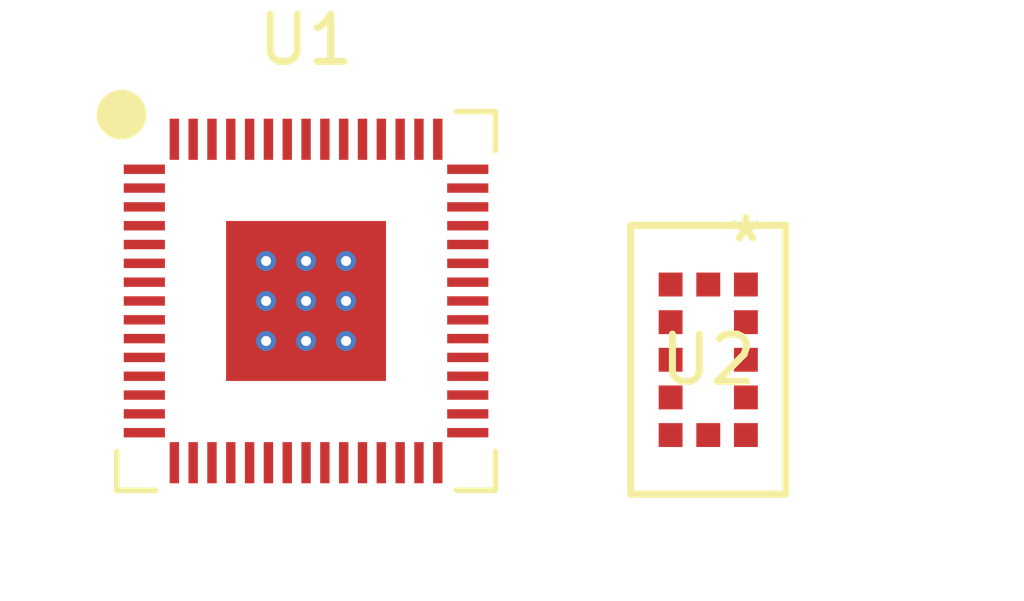
<source format=kicad_pcb>
(kicad_pcb (version 20241229) (generator "pcbnew") (generator_version "9.0")
  (layers (0 "F.Cu" signal) (2 "B.Cu" signal) (13 "F.Paste" user) (15 "B.Paste" user) (5 "F.SilkS" user "F.Silkscreen") (7 "B.SilkS" user "B.Silkscreen") (1 "F.Mask" user) (3 "B.Mask" user) (25 "Edge.Cuts" user))
  (net 0 "")
  (net 3 "GND")
  (net 19 "Net-(U1-ADC_AVDD)")
  (net 20 "Net-(U1-GPIO1)")
  (net 21 "Net-(U1-GPIO3)")
  (net 58 "Net-(U1-GPIO2)")
  (net 63 "+3.3V")
  (footprint "Importedfootprints:RP2350A_QFN-60_EP_7.75x7.75_Pitch0.4mm" (layer "F.Cu") (at 151.65 100.15)
    (property "Reference" "U1" (at 0 -5.55 0) (layer "F.SilkS"))
    (property "Value" "RP2350A-QFN60")
    (fp_line (start -4.025 4.025) (end -4.025 3.2) (stroke (width 0.12)) (layer "F.SilkS"))
    (fp_line (start -3.2 4.025) (end -4.025 4.025) (stroke (width 0.12)) (layer "F.SilkS"))
    (fp_line (start 3.2 -4.025) (end 4.025 -4.025) (stroke (width 0.12)) (layer "F.SilkS"))
    (fp_line (start 3.2 4.025) (end 4.025 4.025) (stroke (width 0.12)) (layer "F.SilkS"))
    (fp_line (start 4.025 -4.025) (end 4.025 -3.2) (stroke (width 0.12)) (layer "F.SilkS"))
    (fp_line (start 4.025 4.025) (end 4.025 3.2) (stroke (width 0.12)) (layer "F.SilkS"))
    (fp_circle (center -3.922752 -3.9624) (end -3.454399 -3.9624) (stroke (width 0.12)) (fill yes) (layer "F.SilkS"))
    (pad "1" smd rect (at -3.4375 -2.8 90) (size 0.2 0.875) (layers "F.Cu" "F.Mask" "F.Paste"))
    (pad "2" smd rect (at -3.4375 -2.4 90) (size 0.2 0.875) (layers "F.Cu" "F.Mask" "F.Paste"))
    (pad "3" smd rect (at -3.4375 -2 90) (size 0.2 0.875) (layers "F.Cu" "F.Mask" "F.Paste") (net 20 "Net-(U1-GPIO1)"))
    (pad "4" smd rect (at -3.4375 -1.6 90) (size 0.2 0.875) (layers "F.Cu" "F.Mask" "F.Paste") (net 58 "Net-(U1-GPIO2)"))
    (pad "5" smd rect (at -3.4375 -1.2 90) (size 0.2 0.875) (layers "F.Cu" "F.Mask" "F.Paste") (net 21 "Net-(U1-GPIO3)"))
    (pad "6" smd rect (at -3.4375 -0.8 90) (size 0.2 0.875) (layers "F.Cu" "F.Mask" "F.Paste"))
    (pad "7" smd rect (at -3.4375 -0.4 90) (size 0.2 0.875) (layers "F.Cu" "F.Mask" "F.Paste"))
    (pad "8" smd rect (at -3.4375 0 90) (size 0.2 0.875) (layers "F.Cu" "F.Mask" "F.Paste"))
    (pad "9" smd rect (at -3.4375 0.4 90) (size 0.2 0.875) (layers "F.Cu" "F.Mask" "F.Paste"))
    (pad "10" smd rect (at -3.4375 0.8 90) (size 0.2 0.875) (layers "F.Cu" "F.Mask" "F.Paste"))
    (pad "11" smd rect (at -3.4375 1.2 90) (size 0.2 0.875) (layers "F.Cu" "F.Mask" "F.Paste"))
    (pad "12" smd rect (at -3.4375 1.6 90) (size 0.2 0.875) (layers "F.Cu" "F.Mask" "F.Paste"))
    (pad "13" smd rect (at -3.4375 2 90) (size 0.2 0.875) (layers "F.Cu" "F.Mask" "F.Paste"))
    (pad "14" smd rect (at -3.4375 2.4 90) (size 0.2 0.875) (layers "F.Cu" "F.Mask" "F.Paste"))
    (pad "15" smd rect (at -3.4375 2.8 90) (size 0.2 0.875) (layers "F.Cu" "F.Mask" "F.Paste"))
    (pad "16" smd rect (at -2.8 3.4375) (size 0.2 0.875) (layers "F.Cu" "F.Mask" "F.Paste"))
    (pad "17" smd rect (at -2.4 3.4375) (size 0.2 0.875) (layers "F.Cu" "F.Mask" "F.Paste"))
    (pad "18" smd rect (at -2 3.4375) (size 0.2 0.875) (layers "F.Cu" "F.Mask" "F.Paste"))
    (pad "19" smd rect (at -1.6 3.4375) (size 0.2 0.875) (layers "F.Cu" "F.Mask" "F.Paste"))
    (pad "20" smd rect (at -1.2 3.4375) (size 0.2 0.875) (layers "F.Cu" "F.Mask" "F.Paste"))
    (pad "21" smd rect (at -0.8 3.4375) (size 0.2 0.875) (layers "F.Cu" "F.Mask" "F.Paste"))
    (pad "22" smd rect (at -0.4 3.4375) (size 0.2 0.875) (layers "F.Cu" "F.Mask" "F.Paste"))
    (pad "23" smd rect (at 0 3.4375) (size 0.2 0.875) (layers "F.Cu" "F.Mask" "F.Paste"))
    (pad "24" smd rect (at 0.4 3.4375) (size 0.2 0.875) (layers "F.Cu" "F.Mask" "F.Paste"))
    (pad "25" smd rect (at 0.8 3.4375) (size 0.2 0.875) (layers "F.Cu" "F.Mask" "F.Paste"))
    (pad "26" smd rect (at 1.2 3.4375) (size 0.2 0.875) (layers "F.Cu" "F.Mask" "F.Paste"))
    (pad "27" smd rect (at 1.6 3.4375) (size 0.2 0.875) (layers "F.Cu" "F.Mask" "F.Paste"))
    (pad "28" smd rect (at 2 3.4375) (size 0.2 0.875) (layers "F.Cu" "F.Mask" "F.Paste"))
    (pad "29" smd rect (at 2.4 3.4375) (size 0.2 0.875) (layers "F.Cu" "F.Mask" "F.Paste"))
    (pad "30" smd rect (at 2.8 3.4375) (size 0.2 0.875) (layers "F.Cu" "F.Mask" "F.Paste"))
    (pad "31" smd rect (at 3.4375 2.8 90) (size 0.2 0.875) (layers "F.Cu" "F.Mask" "F.Paste"))
    (pad "32" smd rect (at 3.4375 2.4 90) (size 0.2 0.875) (layers "F.Cu" "F.Mask" "F.Paste"))
    (pad "33" smd rect (at 3.4375 2 90) (size 0.2 0.875) (layers "F.Cu" "F.Mask" "F.Paste"))
    (pad "34" smd rect (at 3.4375 1.6 90) (size 0.2 0.875) (layers "F.Cu" "F.Mask" "F.Paste"))
    (pad "35" smd rect (at 3.4375 1.2 90) (size 0.2 0.875) (layers "F.Cu" "F.Mask" "F.Paste"))
    (pad "36" smd rect (at 3.4375 0.8 90) (size 0.2 0.875) (layers "F.Cu" "F.Mask" "F.Paste"))
    (pad "37" smd rect (at 3.4375 0.4 90) (size 0.2 0.875) (layers "F.Cu" "F.Mask" "F.Paste"))
    (pad "38" smd rect (at 3.4375 0 90) (size 0.2 0.875) (layers "F.Cu" "F.Mask" "F.Paste"))
    (pad "39" smd rect (at 3.4375 -0.4 90) (size 0.2 0.875) (layers "F.Cu" "F.Mask" "F.Paste"))
    (pad "40" smd rect (at 3.4375 -0.8 90) (size 0.2 0.875) (layers "F.Cu" "F.Mask" "F.Paste"))
    (pad "41" smd rect (at 3.4375 -1.2 90) (size 0.2 0.875) (layers "F.Cu" "F.Mask" "F.Paste"))
    (pad "42" smd rect (at 3.4375 -1.6 90) (size 0.2 0.875) (layers "F.Cu" "F.Mask" "F.Paste"))
    (pad "43" smd rect (at 3.4375 -2 90) (size 0.2 0.875) (layers "F.Cu" "F.Mask" "F.Paste"))
    (pad "44" smd rect (at 3.4375 -2.4 90) (size 0.2 0.875) (layers "F.Cu" "F.Mask" "F.Paste") (net 19 "Net-(U1-ADC_AVDD)"))
    (pad "45" smd rect (at 3.4375 -2.8 90) (size 0.2 0.875) (layers "F.Cu" "F.Mask" "F.Paste"))
    (pad "46" smd rect (at 2.8 -3.4375) (size 0.2 0.875) (layers "F.Cu" "F.Mask" "F.Paste"))
    (pad "47" smd rect (at 2.4 -3.4375) (size 0.2 0.875) (layers "F.Cu" "F.Mask" "F.Paste"))
    (pad "48" smd rect (at 2 -3.4375) (size 0.2 0.875) (layers "F.Cu" "F.Mask" "F.Paste"))
    (pad "49" smd rect (at 1.6 -3.4375) (size 0.2 0.875) (layers "F.Cu" "F.Mask" "F.Paste"))
    (pad "50" smd rect (at 1.2 -3.4375) (size 0.2 0.875) (layers "F.Cu" "F.Mask" "F.Paste"))
    (pad "51" smd rect (at 0.8 -3.4375) (size 0.2 0.875) (layers "F.Cu" "F.Mask" "F.Paste"))
    (pad "52" smd rect (at 0.4 -3.4375) (size 0.2 0.875) (layers "F.Cu" "F.Mask" "F.Paste"))
    (pad "53" smd rect (at 0 -3.4375) (size 0.2 0.875) (layers "F.Cu" "F.Mask" "F.Paste"))
    (pad "54" smd rect (at -0.4 -3.4375) (size 0.2 0.875) (layers "F.Cu" "F.Mask" "F.Paste"))
    (pad "55" smd rect (at -0.8 -3.4375) (size 0.2 0.875) (layers "F.Cu" "F.Mask" "F.Paste"))
    (pad "56" smd rect (at -1.2 -3.4375) (size 0.2 0.875) (layers "F.Cu" "F.Mask" "F.Paste"))
    (pad "57" smd rect (at -1.6 -3.4375) (size 0.2 0.875) (layers "F.Cu" "F.Mask" "F.Paste"))
    (pad "58" smd rect (at -2 -3.4375) (size 0.2 0.875) (layers "F.Cu" "F.Mask" "F.Paste"))
    (pad "59" smd rect (at -2.4 -3.4375) (size 0.2 0.875) (layers "F.Cu" "F.Mask" "F.Paste"))
    (pad "60" smd rect (at -2.8 -3.4375) (size 0.2 0.875) (layers "F.Cu" "F.Mask" "F.Paste"))
    (pad "61" thru_hole circle (at -0.85 -0.85) (size 0.425 0.425) (drill 0.2125) (property pad_prop_heatsink) (layers "*.Cu" "*.Mask") (net 3 "GND"))
    (pad "61" thru_hole circle (at -0.85 0) (size 0.425 0.425) (drill 0.2125) (property pad_prop_heatsink) (layers "*.Cu" "*.Mask") (net 3 "GND"))
    (pad "61" thru_hole circle (at -0.85 0.85) (size 0.425 0.425) (drill 0.2125) (property pad_prop_heatsink) (layers "*.Cu" "*.Mask") (net 3 "GND"))
    (pad "61" thru_hole circle (at 0 -0.85) (size 0.425 0.425) (drill 0.2125) (property pad_prop_heatsink) (layers "*.Cu" "*.Mask") (net 3 "GND"))
    (pad "61" thru_hole circle (at 0 0) (size 0.425 0.425) (drill 0.2125) (property pad_prop_heatsink) (layers "*.Cu" "*.Mask") (net 3 "GND"))
    (pad "61" smd rect (at 0 0) (size 3.4 3.4) (layers "F.Cu" "F.Mask") (net 3 "GND"))
    (pad "61" thru_hole circle (at 0 0.85) (size 0.425 0.425) (drill 0.2125) (property pad_prop_heatsink) (layers "*.Cu" "*.Mask") (net 3 "GND"))
    (pad "61" thru_hole circle (at 0.85 -0.85) (size 0.425 0.425) (drill 0.2125) (property pad_prop_heatsink) (layers "*.Cu" "*.Mask") (net 3 "GND"))
    (pad "61" thru_hole circle (at 0.85 0) (size 0.425 0.425) (drill 0.2125) (property pad_prop_heatsink) (layers "*.Cu" "*.Mask") (net 3 "GND"))
    (pad "61" thru_hole circle (at 0.85 0.85) (size 0.425 0.425) (drill 0.2125) (property pad_prop_heatsink) (layers "*.Cu" "*.Mask") (net 3 "GND"))
  )
  (footprint "Importedfootprints:LGA12_STM" (layer "F.Cu") (at 160.200027 101.400001)
    (property "Reference" "U2" (at 0 0 0) (layer "F.SilkS"))
    (property "Value" "VL53L4CDV0DH/1")
    (fp_line (start -1.651 -2.8575) (end -1.651 2.8575) (stroke (width 0.1524)) (layer "F.SilkS"))
    (fp_line (start -1.651 2.8575) (end 1.651 2.8575) (stroke (width 0.1524)) (layer "F.SilkS"))
    (fp_line (start 1.651 -2.8575) (end -1.651 -2.8575) (stroke (width 0.1524)) (layer "F.SilkS"))
    (fp_line (start 1.651 2.8575) (end 1.651 -2.8575) (stroke (width 0.1524)) (layer "F.SilkS"))
    (fp_text user "*" (at 0.799973 -2.4765 0) (layer "F.SilkS"))
    (fp_text user "*" (at 0.799973 -2.4765 0) (layer "F.SilkS"))
    (pad "1" smd rect (at 0.799973 -1.599999 90) (size 0.508 0.508) (layers "F.Cu" "F.Mask" "F.Paste") (net 63 "+3.3V"))
    (pad "2" smd rect (at 0.799973 -0.800001 90) (size 0.508 0.508) (layers "F.Cu" "F.Mask" "F.Paste") (net 3 "GND"))
    (pad "3" smd rect (at 0.799973 0 90) (size 0.508 0.508) (layers "F.Cu" "F.Mask" "F.Paste") (net 3 "GND"))
    (pad "4" smd rect (at 0.799973 0.800001 90) (size 0.508 0.508) (layers "F.Cu" "F.Mask" "F.Paste") (net 3 "GND"))
    (pad "5" smd rect (at 0.799973 1.599999 90) (size 0.508 0.508) (layers "F.Cu" "F.Mask" "F.Paste"))
    (pad "6" smd rect (at 0 1.599946) (size 0.508 0.508) (layers "F.Cu" "F.Mask" "F.Paste") (net 3 "GND"))
    (pad "7" smd rect (at -0.799973 1.599999 90) (size 0.508 0.508) (layers "F.Cu" "F.Mask" "F.Paste") (net 20 "Net-(U1-GPIO1)"))
    (pad "8" smd rect (at -0.799973 0.800001 90) (size 0.508 0.508) (layers "F.Cu" "F.Mask" "F.Paste"))
    (pad "9" smd rect (at -0.799973 0 90) (size 0.508 0.508) (layers "F.Cu" "F.Mask" "F.Paste") (net 58 "Net-(U1-GPIO2)"))
    (pad "10" smd rect (at -0.799973 -0.800001 90) (size 0.508 0.508) (layers "F.Cu" "F.Mask" "F.Paste") (net 21 "Net-(U1-GPIO3)"))
    (pad "11" smd rect (at -0.799973 -1.599999 90) (size 0.508 0.508) (layers "F.Cu" "F.Mask" "F.Paste") (net 19 "Net-(U1-ADC_AVDD)"))
    (pad "12" smd rect (at 0 -1.599946) (size 0.508 0.508) (layers "F.Cu" "F.Mask" "F.Paste") (net 3 "GND"))
  )
)
</source>
